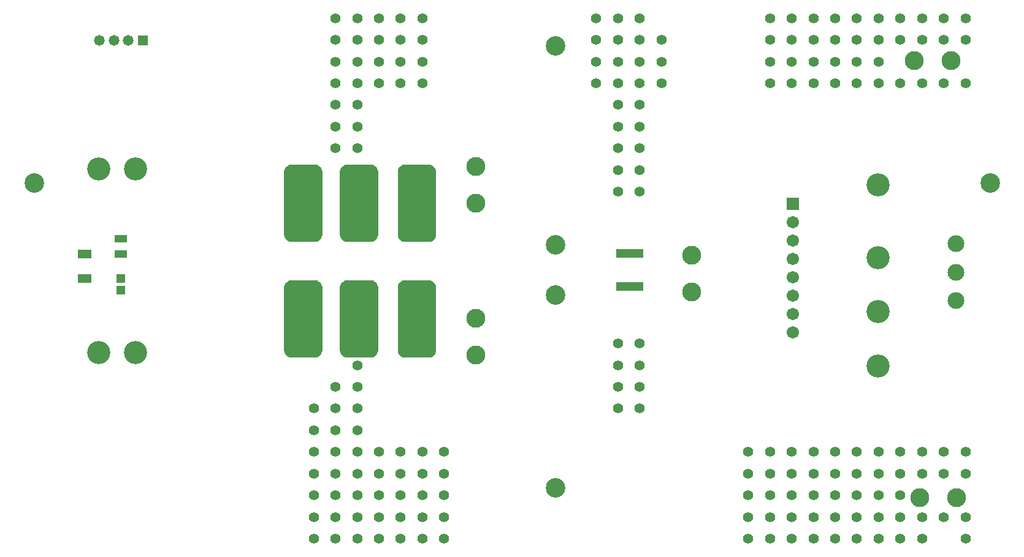
<source format=gbs>
G04 Layer_Color=16711935*
%FSLAX44Y44*%
%MOMM*%
G71*
G01*
G75*
%ADD46R,1.3032X1.2032*%
%ADD50R,1.7032X1.1032*%
%ADD54C,2.7032*%
%ADD55C,2.3123*%
%ADD57C,2.6162*%
%ADD58C,1.4715*%
%ADD59R,1.4715X1.4715*%
%ADD60C,3.2032*%
%ADD61R,1.7032X1.7032*%
%ADD62C,1.7032*%
%ADD63C,1.4032*%
%ADD64R,3.7032X1.2532*%
%ADD65R,1.9532X1.3032*%
G36*
X564500Y433500D02*
Y433500D01*
X564502D01*
X565678Y433471D01*
X567563Y433096D01*
X569474Y432305D01*
X571193Y431156D01*
X572656Y429693D01*
X573805Y427974D01*
X574596Y426063D01*
X575000Y424034D01*
Y423000D01*
X575000Y337000D01*
X575000Y337000D01*
X575000Y335966D01*
X574596Y333937D01*
X573805Y332026D01*
X572656Y330307D01*
X571193Y328844D01*
X569474Y327695D01*
X567563Y326903D01*
X565534Y326500D01*
X532500D01*
X532500Y326500D01*
X531466Y326500D01*
X529437Y326903D01*
X527526Y327695D01*
X525807Y328844D01*
X524344Y330307D01*
X523195Y332026D01*
X522403Y333937D01*
X522000Y335966D01*
X522000Y337000D01*
X522000Y423000D01*
X522000Y423000D01*
X522000Y423000D01*
X522028Y424174D01*
X522403Y426063D01*
X523195Y427974D01*
X524344Y429693D01*
X525807Y431156D01*
X527526Y432305D01*
X529437Y433096D01*
X531466Y433500D01*
X532500Y433500D01*
X564500Y433500D01*
X564500Y433500D01*
D02*
G37*
G36*
X484500D02*
Y433500D01*
X484502D01*
X485678Y433471D01*
X487563Y433096D01*
X489474Y432305D01*
X491193Y431156D01*
X492656Y429693D01*
X493805Y427974D01*
X494596Y426063D01*
X495000Y424034D01*
Y423000D01*
X495000Y337000D01*
X495000Y337000D01*
X495000Y335966D01*
X494596Y333937D01*
X493805Y332026D01*
X492656Y330307D01*
X491193Y328844D01*
X489474Y327695D01*
X487563Y326903D01*
X485534Y326500D01*
X452500D01*
X452500Y326500D01*
X451466Y326500D01*
X449437Y326903D01*
X447526Y327695D01*
X445807Y328844D01*
X444344Y330307D01*
X443195Y332026D01*
X442403Y333937D01*
X442000Y335966D01*
X442000Y337000D01*
X442000Y423000D01*
X442000Y423000D01*
X442000Y423000D01*
X442028Y424174D01*
X442403Y426063D01*
X443195Y427974D01*
X444344Y429693D01*
X445807Y431156D01*
X447526Y432305D01*
X449437Y433096D01*
X451466Y433500D01*
X452500Y433500D01*
X484500Y433500D01*
X484500Y433500D01*
D02*
G37*
G36*
X407500D02*
Y433500D01*
X407502D01*
X408678Y433471D01*
X410563Y433096D01*
X412474Y432305D01*
X414193Y431156D01*
X415656Y429693D01*
X416805Y427974D01*
X417597Y426063D01*
X418000Y424034D01*
Y423000D01*
X418000Y337000D01*
X418000Y337000D01*
X418000Y335966D01*
X417597Y333937D01*
X416805Y332026D01*
X415656Y330307D01*
X414193Y328844D01*
X412474Y327695D01*
X410563Y326903D01*
X408534Y326500D01*
X375500D01*
X375500Y326500D01*
X374466Y326500D01*
X372437Y326903D01*
X370526Y327695D01*
X368807Y328844D01*
X367344Y330307D01*
X366195Y332026D01*
X365404Y333937D01*
X365000Y335966D01*
X365000Y337000D01*
X365000Y423000D01*
X365000Y423000D01*
X365000Y423000D01*
X365028Y424174D01*
X365404Y426063D01*
X366195Y427974D01*
X367344Y429693D01*
X368807Y431156D01*
X370526Y432305D01*
X372437Y433096D01*
X374466Y433500D01*
X375500Y433500D01*
X407500Y433500D01*
X407500Y433500D01*
D02*
G37*
G36*
X564500Y593500D02*
Y593500D01*
X564502D01*
X565678Y593471D01*
X567563Y593096D01*
X569474Y592305D01*
X571193Y591156D01*
X572656Y589693D01*
X573805Y587974D01*
X574596Y586063D01*
X575000Y584034D01*
Y583000D01*
X575000Y497000D01*
X575000Y497000D01*
X575000Y495966D01*
X574596Y493937D01*
X573805Y492026D01*
X572656Y490307D01*
X571193Y488844D01*
X569474Y487695D01*
X567563Y486903D01*
X565534Y486500D01*
X532500D01*
X532500Y486500D01*
X531466Y486500D01*
X529437Y486903D01*
X527526Y487695D01*
X525807Y488844D01*
X524344Y490307D01*
X523195Y492026D01*
X522403Y493937D01*
X522000Y495966D01*
X522000Y497000D01*
X522000Y583000D01*
X522000Y583000D01*
X522000Y583000D01*
X522028Y584174D01*
X522403Y586063D01*
X523195Y587974D01*
X524344Y589693D01*
X525807Y591156D01*
X527526Y592305D01*
X529437Y593096D01*
X531466Y593500D01*
X532500Y593500D01*
X564500Y593500D01*
X564500Y593500D01*
D02*
G37*
G36*
X484500D02*
Y593500D01*
X484502D01*
X485678Y593471D01*
X487563Y593096D01*
X489474Y592305D01*
X491193Y591156D01*
X492656Y589693D01*
X493805Y587974D01*
X494596Y586063D01*
X495000Y584034D01*
Y583000D01*
X495000Y497000D01*
X495000Y497000D01*
X495000Y495966D01*
X494596Y493937D01*
X493805Y492026D01*
X492656Y490307D01*
X491193Y488844D01*
X489474Y487695D01*
X487563Y486903D01*
X485534Y486500D01*
X452500D01*
X452500Y486500D01*
X451466Y486500D01*
X449437Y486903D01*
X447526Y487695D01*
X445807Y488844D01*
X444344Y490307D01*
X443195Y492026D01*
X442403Y493937D01*
X442000Y495966D01*
X442000Y497000D01*
X442000Y583000D01*
X442000Y583000D01*
X442000Y583000D01*
X442028Y584174D01*
X442403Y586063D01*
X443195Y587974D01*
X444344Y589693D01*
X445807Y591156D01*
X447526Y592305D01*
X449437Y593096D01*
X451466Y593500D01*
X452500Y593500D01*
X484500Y593500D01*
X484500Y593500D01*
D02*
G37*
G36*
X407500D02*
Y593500D01*
X407502D01*
X408678Y593471D01*
X410563Y593096D01*
X412474Y592305D01*
X414193Y591156D01*
X415656Y589693D01*
X416805Y587974D01*
X417596Y586063D01*
X418000Y584034D01*
Y583000D01*
X418000Y497000D01*
X418000Y497000D01*
X418000Y495966D01*
X417597Y493937D01*
X416805Y492026D01*
X415656Y490307D01*
X414193Y488844D01*
X412474Y487695D01*
X410563Y486903D01*
X408534Y486500D01*
X375500D01*
X375500Y486500D01*
X374466Y486500D01*
X372437Y486903D01*
X370526Y487695D01*
X368807Y488844D01*
X367344Y490307D01*
X366195Y492026D01*
X365404Y493937D01*
X365000Y495966D01*
X365000Y497000D01*
X365000Y583000D01*
X365000Y583000D01*
X365000Y583000D01*
X365028Y584174D01*
X365404Y586063D01*
X366195Y587974D01*
X367344Y589693D01*
X368807Y591156D01*
X370526Y592305D01*
X372437Y593096D01*
X374466Y593500D01*
X375500Y593500D01*
X407500Y593500D01*
X407500Y593500D01*
D02*
G37*
D46*
X140000Y436000D02*
D03*
Y420000D02*
D03*
D50*
Y469500D02*
D03*
Y490500D02*
D03*
D54*
X740000Y413350D02*
D03*
Y146650D02*
D03*
Y482650D02*
D03*
Y757350D02*
D03*
X20000Y568000D02*
D03*
X1340000D02*
D03*
D55*
X1292500Y405000D02*
D03*
Y444599D02*
D03*
Y484197D02*
D03*
D57*
X630000Y330000D02*
D03*
Y380800D02*
D03*
X1293300Y132500D02*
D03*
X1242500D02*
D03*
X1235000Y737000D02*
D03*
X1285800D02*
D03*
X630000Y590800D02*
D03*
Y540000D02*
D03*
X927500Y468300D02*
D03*
Y417500D02*
D03*
D58*
X109999Y765000D02*
D03*
X130002D02*
D03*
X150000D02*
D03*
D59*
X169998D02*
D03*
D60*
X545500Y565800D02*
D03*
Y514200D02*
D03*
Y405800D02*
D03*
Y354200D02*
D03*
X467000Y565800D02*
D03*
Y514200D02*
D03*
Y405800D02*
D03*
Y354200D02*
D03*
X396900Y565800D02*
D03*
Y514200D02*
D03*
Y405800D02*
D03*
Y354200D02*
D03*
X108700Y333000D02*
D03*
X160300D02*
D03*
X108700Y587000D02*
D03*
X160300D02*
D03*
X1185000Y465000D02*
D03*
Y315000D02*
D03*
Y565000D02*
D03*
Y390000D02*
D03*
D61*
X1067500Y539500D02*
D03*
D62*
Y514100D02*
D03*
Y488700D02*
D03*
Y463300D02*
D03*
Y437900D02*
D03*
Y412500D02*
D03*
Y387100D02*
D03*
Y361700D02*
D03*
D63*
X556000Y796000D02*
D03*
Y766000D02*
D03*
Y736000D02*
D03*
Y706000D02*
D03*
X526000Y796000D02*
D03*
Y766000D02*
D03*
Y736000D02*
D03*
Y706000D02*
D03*
X496000Y796000D02*
D03*
Y766000D02*
D03*
Y736000D02*
D03*
Y706000D02*
D03*
X466000Y796000D02*
D03*
Y766000D02*
D03*
Y736000D02*
D03*
Y706000D02*
D03*
Y676000D02*
D03*
Y646000D02*
D03*
Y616000D02*
D03*
X436000Y796000D02*
D03*
Y766000D02*
D03*
Y736000D02*
D03*
Y706000D02*
D03*
Y676000D02*
D03*
Y646000D02*
D03*
Y616000D02*
D03*
X826000D02*
D03*
Y556000D02*
D03*
Y646000D02*
D03*
Y676000D02*
D03*
X856000Y556000D02*
D03*
Y616000D02*
D03*
Y646000D02*
D03*
X796000Y736000D02*
D03*
X826000Y796000D02*
D03*
X856000Y766000D02*
D03*
X586000Y196000D02*
D03*
Y166000D02*
D03*
Y136000D02*
D03*
Y106000D02*
D03*
Y76000D02*
D03*
X556000Y196000D02*
D03*
Y166000D02*
D03*
Y136000D02*
D03*
Y106000D02*
D03*
Y76000D02*
D03*
X526000Y196000D02*
D03*
Y166000D02*
D03*
Y136000D02*
D03*
Y106000D02*
D03*
Y76000D02*
D03*
X496000Y196000D02*
D03*
Y166000D02*
D03*
Y136000D02*
D03*
Y106000D02*
D03*
Y76000D02*
D03*
X466000Y316000D02*
D03*
Y286000D02*
D03*
Y256000D02*
D03*
Y226000D02*
D03*
Y196000D02*
D03*
Y166000D02*
D03*
Y136000D02*
D03*
Y106000D02*
D03*
Y76000D02*
D03*
X436000Y286000D02*
D03*
Y256000D02*
D03*
Y226000D02*
D03*
Y196000D02*
D03*
Y166000D02*
D03*
Y136000D02*
D03*
Y106000D02*
D03*
Y76000D02*
D03*
X406000Y256000D02*
D03*
Y226000D02*
D03*
Y196000D02*
D03*
Y166000D02*
D03*
Y136000D02*
D03*
Y106000D02*
D03*
Y76000D02*
D03*
X856000Y256000D02*
D03*
Y346000D02*
D03*
Y316000D02*
D03*
X1006000Y106000D02*
D03*
X1036000Y76000D02*
D03*
X1066000D02*
D03*
X1126000D02*
D03*
X1066000Y106000D02*
D03*
Y136000D02*
D03*
X1096000D02*
D03*
X1126000D02*
D03*
X1216000Y76000D02*
D03*
X1186000Y106000D02*
D03*
X1305999Y76000D02*
D03*
X1216000Y136000D02*
D03*
X1246000Y106000D02*
D03*
X1126000Y166000D02*
D03*
X1036000Y196000D02*
D03*
X1096000D02*
D03*
X1006000D02*
D03*
X1156000Y166000D02*
D03*
X1186000D02*
D03*
X1246000D02*
D03*
X1276000D02*
D03*
X1305999D02*
D03*
X1156000Y196000D02*
D03*
X1216000D02*
D03*
X1246000D02*
D03*
X1276000D02*
D03*
X1006000Y136000D02*
D03*
X1156000Y76000D02*
D03*
X1186000D02*
D03*
X1126000Y106000D02*
D03*
X1156000D02*
D03*
X1276000D02*
D03*
X1006000Y166000D02*
D03*
X1066000D02*
D03*
X1096000D02*
D03*
X1156000Y136000D02*
D03*
X1186000Y196000D02*
D03*
X1305999D02*
D03*
X856000Y286000D02*
D03*
X826000Y346000D02*
D03*
Y316000D02*
D03*
Y286000D02*
D03*
Y256000D02*
D03*
X1305999Y106000D02*
D03*
X1246000Y76000D02*
D03*
X1216000Y166000D02*
D03*
Y106000D02*
D03*
X1186000Y136000D02*
D03*
X1126000Y196000D02*
D03*
X1096000Y106000D02*
D03*
Y76000D02*
D03*
X1066000Y196000D02*
D03*
X1036000Y166000D02*
D03*
Y136000D02*
D03*
Y106000D02*
D03*
X1006000Y76000D02*
D03*
X886000Y766000D02*
D03*
Y736000D02*
D03*
Y706000D02*
D03*
X856000Y796000D02*
D03*
Y736000D02*
D03*
Y706000D02*
D03*
Y676000D02*
D03*
Y586000D02*
D03*
X826000Y766000D02*
D03*
Y736000D02*
D03*
Y706000D02*
D03*
Y586000D02*
D03*
X796000Y796000D02*
D03*
Y766000D02*
D03*
Y706000D02*
D03*
X1305999Y796000D02*
D03*
Y766000D02*
D03*
Y706000D02*
D03*
X1276000Y796000D02*
D03*
Y766000D02*
D03*
Y706000D02*
D03*
X1246000Y796000D02*
D03*
Y766000D02*
D03*
Y706000D02*
D03*
X1216000Y796000D02*
D03*
Y766000D02*
D03*
Y706000D02*
D03*
X1186000Y796000D02*
D03*
Y766000D02*
D03*
Y736000D02*
D03*
Y706000D02*
D03*
X1156000Y796000D02*
D03*
Y766000D02*
D03*
Y736000D02*
D03*
Y706000D02*
D03*
X1126000Y796000D02*
D03*
Y766000D02*
D03*
Y736000D02*
D03*
Y706000D02*
D03*
X1096000Y796000D02*
D03*
Y766000D02*
D03*
Y736000D02*
D03*
Y706000D02*
D03*
X1066000Y796000D02*
D03*
Y766000D02*
D03*
Y736000D02*
D03*
Y706000D02*
D03*
X1036000Y796000D02*
D03*
Y766000D02*
D03*
Y736000D02*
D03*
Y706000D02*
D03*
D64*
X842500Y470250D02*
D03*
Y424750D02*
D03*
D65*
X90000Y435500D02*
D03*
Y470000D02*
D03*
M02*

</source>
